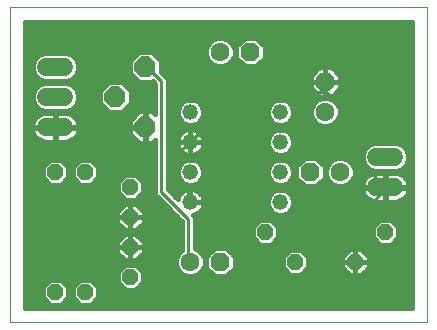
<source format=gbl>
G75*
%MOIN*%
%OFA0B0*%
%FSLAX25Y25*%
%IPPOS*%
%LPD*%
%AMOC8*
5,1,8,0,0,1.08239X$1,22.5*
%
%ADD10C,0.00000*%
%ADD11OC8,0.05200*%
%ADD12OC8,0.06300*%
%ADD13C,0.06300*%
%ADD14C,0.05200*%
%ADD15C,0.06000*%
%ADD16OC8,0.07000*%
%ADD17C,0.01000*%
%ADD18C,0.01600*%
D10*
X0001800Y0001800D02*
X0001800Y0106761D01*
X0140501Y0106761D01*
X0140501Y0001800D01*
X0001800Y0001800D01*
D11*
X0016800Y0011800D03*
X0026800Y0011800D03*
X0041800Y0016800D03*
X0041800Y0026800D03*
X0041800Y0036800D03*
X0041800Y0046800D03*
X0026800Y0051800D03*
X0016800Y0051800D03*
X0086800Y0031800D03*
X0096800Y0021800D03*
X0116800Y0021800D03*
X0126800Y0031800D03*
D12*
X0101800Y0051800D03*
X0071800Y0021800D03*
X0106800Y0081800D03*
X0081800Y0091800D03*
D13*
X0071800Y0091800D03*
X0106800Y0071800D03*
X0111800Y0051800D03*
X0061800Y0021800D03*
D14*
X0061800Y0041800D03*
X0061800Y0051800D03*
X0061800Y0061800D03*
X0061800Y0071800D03*
X0091800Y0071800D03*
X0091800Y0061800D03*
X0091800Y0051800D03*
X0091800Y0041800D03*
D15*
X0123800Y0046800D02*
X0129800Y0046800D01*
X0129800Y0056800D02*
X0123800Y0056800D01*
X0019800Y0066800D02*
X0013800Y0066800D01*
X0013800Y0076800D02*
X0019800Y0076800D01*
X0019800Y0086800D02*
X0013800Y0086800D01*
D16*
X0036800Y0076800D03*
X0046800Y0066800D03*
X0046800Y0086800D03*
D17*
X0047600Y0086600D01*
X0052100Y0082100D01*
X0052100Y0045200D01*
X0061100Y0036200D01*
X0061100Y0021800D01*
X0061800Y0021800D01*
X0061800Y0041800D02*
X0061100Y0042500D01*
X0061100Y0046100D01*
X0057500Y0049700D01*
X0057500Y0057800D01*
X0061100Y0061400D01*
X0061800Y0061800D01*
X0062000Y0062300D01*
X0078200Y0078500D01*
X0107000Y0078500D01*
X0118700Y0066800D01*
X0118700Y0055100D01*
X0126800Y0047000D01*
X0126800Y0046800D01*
X0126800Y0046100D01*
X0116900Y0036200D01*
X0116900Y0021800D01*
X0116800Y0021800D01*
X0046800Y0066800D02*
X0016800Y0066800D01*
X0107000Y0078500D02*
X0107000Y0081200D01*
X0106800Y0081800D01*
D18*
X0106800Y0081800D01*
X0106800Y0086750D01*
X0108850Y0086750D01*
X0111750Y0083850D01*
X0111750Y0081800D01*
X0106800Y0081800D01*
X0106800Y0081800D01*
X0106800Y0081800D01*
X0101850Y0081800D01*
X0101850Y0083850D01*
X0104750Y0086750D01*
X0106800Y0086750D01*
X0106800Y0081800D01*
X0111750Y0081800D01*
X0111750Y0079750D01*
X0108850Y0076850D01*
X0106800Y0076850D01*
X0106800Y0081800D01*
X0106800Y0081800D01*
X0101850Y0081800D01*
X0101850Y0079750D01*
X0104750Y0076850D01*
X0106800Y0076850D01*
X0106800Y0081800D01*
X0106800Y0081818D02*
X0106800Y0081818D01*
X0106800Y0083417D02*
X0106800Y0083417D01*
X0106800Y0085015D02*
X0106800Y0085015D01*
X0106800Y0086614D02*
X0106800Y0086614D01*
X0108986Y0086614D02*
X0135701Y0086614D01*
X0135701Y0085015D02*
X0110585Y0085015D01*
X0111750Y0083417D02*
X0135701Y0083417D01*
X0135701Y0081818D02*
X0111750Y0081818D01*
X0111750Y0080220D02*
X0135701Y0080220D01*
X0135701Y0078621D02*
X0110622Y0078621D01*
X0109023Y0077023D02*
X0135701Y0077023D01*
X0135701Y0075424D02*
X0109893Y0075424D01*
X0109491Y0075827D02*
X0107745Y0076550D01*
X0105855Y0076550D01*
X0104109Y0075827D01*
X0102773Y0074491D01*
X0102050Y0072745D01*
X0102050Y0070855D01*
X0102773Y0069109D01*
X0104109Y0067773D01*
X0105855Y0067050D01*
X0107745Y0067050D01*
X0109491Y0067773D01*
X0110827Y0069109D01*
X0111550Y0070855D01*
X0111550Y0072745D01*
X0110827Y0074491D01*
X0109491Y0075827D01*
X0111102Y0073826D02*
X0135701Y0073826D01*
X0135701Y0072227D02*
X0111550Y0072227D01*
X0111456Y0070629D02*
X0135701Y0070629D01*
X0135701Y0069030D02*
X0110748Y0069030D01*
X0108667Y0067432D02*
X0135701Y0067432D01*
X0135701Y0065833D02*
X0093038Y0065833D01*
X0092635Y0066000D02*
X0090965Y0066000D01*
X0089421Y0065361D01*
X0088239Y0064179D01*
X0087600Y0062635D01*
X0087600Y0060965D01*
X0088239Y0059421D01*
X0089421Y0058239D01*
X0090965Y0057600D01*
X0092635Y0057600D01*
X0094179Y0058239D01*
X0095361Y0059421D01*
X0096000Y0060965D01*
X0096000Y0062635D01*
X0095361Y0064179D01*
X0094179Y0065361D01*
X0092635Y0066000D01*
X0090562Y0065833D02*
X0063576Y0065833D01*
X0063489Y0065878D02*
X0062830Y0066092D01*
X0062146Y0066200D01*
X0061800Y0066200D01*
X0061800Y0061800D01*
X0066200Y0061800D01*
X0066200Y0062146D01*
X0066092Y0062830D01*
X0065878Y0063489D01*
X0065563Y0064106D01*
X0065156Y0064666D01*
X0064666Y0065156D01*
X0064106Y0065563D01*
X0063489Y0065878D01*
X0061800Y0065833D02*
X0061800Y0065833D01*
X0061800Y0066200D02*
X0061454Y0066200D01*
X0060770Y0066092D01*
X0060111Y0065878D01*
X0059494Y0065563D01*
X0058934Y0065156D01*
X0058444Y0064666D01*
X0058037Y0064106D01*
X0057722Y0063489D01*
X0057508Y0062830D01*
X0057400Y0062146D01*
X0057400Y0061800D01*
X0061800Y0061800D01*
X0061800Y0061800D01*
X0061800Y0061800D01*
X0066200Y0061800D01*
X0066200Y0061454D01*
X0066092Y0060770D01*
X0065878Y0060111D01*
X0065563Y0059494D01*
X0065156Y0058934D01*
X0064666Y0058444D01*
X0064106Y0058037D01*
X0063489Y0057722D01*
X0062830Y0057508D01*
X0062146Y0057400D01*
X0061800Y0057400D01*
X0061800Y0061800D01*
X0061800Y0061800D01*
X0061800Y0061800D01*
X0061800Y0066200D01*
X0061800Y0064235D02*
X0061800Y0064235D01*
X0061800Y0062636D02*
X0061800Y0062636D01*
X0061800Y0061800D02*
X0057400Y0061800D01*
X0057400Y0061454D01*
X0057508Y0060770D01*
X0057722Y0060111D01*
X0058037Y0059494D01*
X0058444Y0058934D01*
X0058934Y0058444D01*
X0059494Y0058037D01*
X0060111Y0057722D01*
X0060770Y0057508D01*
X0061454Y0057400D01*
X0061800Y0057400D01*
X0061800Y0061800D01*
X0061800Y0061038D02*
X0061800Y0061038D01*
X0061800Y0059439D02*
X0061800Y0059439D01*
X0061800Y0057841D02*
X0061800Y0057841D01*
X0063721Y0057841D02*
X0090383Y0057841D01*
X0088232Y0059439D02*
X0065523Y0059439D01*
X0066134Y0061038D02*
X0087600Y0061038D01*
X0087600Y0062636D02*
X0066122Y0062636D01*
X0065470Y0064235D02*
X0088295Y0064235D01*
X0089421Y0068239D02*
X0090965Y0067600D01*
X0092635Y0067600D01*
X0094179Y0068239D01*
X0095361Y0069421D01*
X0096000Y0070965D01*
X0096000Y0072635D01*
X0095361Y0074179D01*
X0094179Y0075361D01*
X0092635Y0076000D01*
X0090965Y0076000D01*
X0089421Y0075361D01*
X0088239Y0074179D01*
X0087600Y0072635D01*
X0087600Y0070965D01*
X0088239Y0069421D01*
X0089421Y0068239D01*
X0088630Y0069030D02*
X0064970Y0069030D01*
X0065361Y0069421D02*
X0066000Y0070965D01*
X0066000Y0072635D01*
X0065361Y0074179D01*
X0064179Y0075361D01*
X0062635Y0076000D01*
X0060965Y0076000D01*
X0059421Y0075361D01*
X0058239Y0074179D01*
X0057600Y0072635D01*
X0057600Y0070965D01*
X0058239Y0069421D01*
X0059421Y0068239D01*
X0060965Y0067600D01*
X0062635Y0067600D01*
X0064179Y0068239D01*
X0065361Y0069421D01*
X0065861Y0070629D02*
X0087739Y0070629D01*
X0087600Y0072227D02*
X0066000Y0072227D01*
X0065507Y0073826D02*
X0088093Y0073826D01*
X0089575Y0075424D02*
X0064025Y0075424D01*
X0059575Y0075424D02*
X0054200Y0075424D01*
X0054200Y0077023D02*
X0104577Y0077023D01*
X0103707Y0075424D02*
X0094025Y0075424D01*
X0095507Y0073826D02*
X0102498Y0073826D01*
X0102050Y0072227D02*
X0096000Y0072227D01*
X0095861Y0070629D02*
X0102144Y0070629D01*
X0102852Y0069030D02*
X0094970Y0069030D01*
X0095305Y0064235D02*
X0135701Y0064235D01*
X0135701Y0062636D02*
X0096000Y0062636D01*
X0096000Y0061038D02*
X0122010Y0061038D01*
X0121194Y0060700D02*
X0119900Y0059406D01*
X0119200Y0057715D01*
X0119200Y0055885D01*
X0119900Y0054194D01*
X0121194Y0052900D01*
X0122885Y0052200D01*
X0130715Y0052200D01*
X0132406Y0052900D01*
X0133700Y0054194D01*
X0134400Y0055885D01*
X0134400Y0057715D01*
X0133700Y0059406D01*
X0132406Y0060700D01*
X0130715Y0061400D01*
X0122885Y0061400D01*
X0121194Y0060700D01*
X0119934Y0059439D02*
X0095368Y0059439D01*
X0093217Y0057841D02*
X0119252Y0057841D01*
X0119200Y0056242D02*
X0113488Y0056242D01*
X0112745Y0056550D02*
X0114491Y0055827D01*
X0115827Y0054491D01*
X0116550Y0052745D01*
X0116550Y0050855D01*
X0115827Y0049109D01*
X0114491Y0047773D01*
X0112745Y0047050D01*
X0110855Y0047050D01*
X0109109Y0047773D01*
X0107773Y0049109D01*
X0107050Y0050855D01*
X0107050Y0052745D01*
X0107773Y0054491D01*
X0109109Y0055827D01*
X0110855Y0056550D01*
X0112745Y0056550D01*
X0110112Y0056242D02*
X0104075Y0056242D01*
X0103768Y0056550D02*
X0099832Y0056550D01*
X0097050Y0053768D01*
X0097050Y0049832D01*
X0099832Y0047050D01*
X0103768Y0047050D01*
X0106550Y0049832D01*
X0106550Y0053768D01*
X0103768Y0056550D01*
X0105674Y0054644D02*
X0107926Y0054644D01*
X0107174Y0053045D02*
X0106550Y0053045D01*
X0106550Y0051447D02*
X0107050Y0051447D01*
X0107467Y0049848D02*
X0106550Y0049848D01*
X0104967Y0048250D02*
X0108633Y0048250D01*
X0114967Y0048250D02*
X0119224Y0048250D01*
X0119118Y0047924D02*
X0119352Y0048643D01*
X0119695Y0049316D01*
X0120139Y0049927D01*
X0120673Y0050461D01*
X0121284Y0050905D01*
X0121957Y0051248D01*
X0122676Y0051482D01*
X0123422Y0051600D01*
X0126600Y0051600D01*
X0126600Y0047000D01*
X0127000Y0047000D01*
X0127000Y0051600D01*
X0130178Y0051600D01*
X0130924Y0051482D01*
X0131643Y0051248D01*
X0132316Y0050905D01*
X0132927Y0050461D01*
X0133461Y0049927D01*
X0133905Y0049316D01*
X0134248Y0048643D01*
X0134482Y0047924D01*
X0134600Y0047178D01*
X0134600Y0047000D01*
X0127000Y0047000D01*
X0127000Y0046600D01*
X0134600Y0046600D01*
X0134600Y0046422D01*
X0134482Y0045676D01*
X0134248Y0044957D01*
X0133905Y0044284D01*
X0133461Y0043673D01*
X0132927Y0043139D01*
X0132316Y0042695D01*
X0131643Y0042352D01*
X0130924Y0042118D01*
X0130178Y0042000D01*
X0127000Y0042000D01*
X0127000Y0046600D01*
X0126600Y0046600D01*
X0126600Y0042000D01*
X0123422Y0042000D01*
X0122676Y0042118D01*
X0121957Y0042352D01*
X0121284Y0042695D01*
X0120673Y0043139D01*
X0120139Y0043673D01*
X0119695Y0044284D01*
X0119352Y0044957D01*
X0119118Y0045676D01*
X0119000Y0046422D01*
X0119000Y0046600D01*
X0126600Y0046600D01*
X0126600Y0047000D01*
X0119000Y0047000D01*
X0119000Y0047178D01*
X0119118Y0047924D01*
X0120082Y0049848D02*
X0116133Y0049848D01*
X0116550Y0051447D02*
X0122568Y0051447D01*
X0121049Y0053045D02*
X0116426Y0053045D01*
X0115674Y0054644D02*
X0119714Y0054644D01*
X0126600Y0051447D02*
X0127000Y0051447D01*
X0127000Y0049848D02*
X0126600Y0049848D01*
X0126600Y0048250D02*
X0127000Y0048250D01*
X0127000Y0046651D02*
X0135701Y0046651D01*
X0135701Y0045053D02*
X0134279Y0045053D01*
X0133242Y0043454D02*
X0135701Y0043454D01*
X0135701Y0041856D02*
X0096000Y0041856D01*
X0096000Y0042635D02*
X0096000Y0040965D01*
X0095361Y0039421D01*
X0094179Y0038239D01*
X0092635Y0037600D01*
X0090965Y0037600D01*
X0089421Y0038239D01*
X0088239Y0039421D01*
X0087600Y0040965D01*
X0087600Y0042635D01*
X0088239Y0044179D01*
X0089421Y0045361D01*
X0090965Y0046000D01*
X0092635Y0046000D01*
X0094179Y0045361D01*
X0095361Y0044179D01*
X0096000Y0042635D01*
X0095661Y0043454D02*
X0120358Y0043454D01*
X0119321Y0045053D02*
X0094487Y0045053D01*
X0092635Y0047600D02*
X0090965Y0047600D01*
X0089421Y0048239D01*
X0088239Y0049421D01*
X0087600Y0050965D01*
X0087600Y0052635D01*
X0088239Y0054179D01*
X0089421Y0055361D01*
X0090965Y0056000D01*
X0092635Y0056000D01*
X0094179Y0055361D01*
X0095361Y0054179D01*
X0096000Y0052635D01*
X0096000Y0050965D01*
X0095361Y0049421D01*
X0094179Y0048239D01*
X0092635Y0047600D01*
X0094189Y0048250D02*
X0098633Y0048250D01*
X0097050Y0049848D02*
X0095538Y0049848D01*
X0096000Y0051447D02*
X0097050Y0051447D01*
X0097050Y0053045D02*
X0095830Y0053045D01*
X0094896Y0054644D02*
X0097926Y0054644D01*
X0099525Y0056242D02*
X0054200Y0056242D01*
X0054200Y0054644D02*
X0058704Y0054644D01*
X0058239Y0054179D02*
X0057600Y0052635D01*
X0057600Y0050965D01*
X0058239Y0049421D01*
X0059421Y0048239D01*
X0060965Y0047600D01*
X0062635Y0047600D01*
X0064179Y0048239D01*
X0065361Y0049421D01*
X0066000Y0050965D01*
X0066000Y0052635D01*
X0065361Y0054179D01*
X0064179Y0055361D01*
X0062635Y0056000D01*
X0060965Y0056000D01*
X0059421Y0055361D01*
X0058239Y0054179D01*
X0057770Y0053045D02*
X0054200Y0053045D01*
X0054200Y0051447D02*
X0057600Y0051447D01*
X0058062Y0049848D02*
X0054200Y0049848D01*
X0054200Y0048250D02*
X0059411Y0048250D01*
X0060111Y0045878D02*
X0059494Y0045563D01*
X0058934Y0045156D01*
X0058444Y0044666D01*
X0058037Y0044106D01*
X0057722Y0043489D01*
X0057508Y0042830D01*
X0057499Y0042771D01*
X0054200Y0046070D01*
X0054200Y0082970D01*
X0051900Y0085270D01*
X0051900Y0088912D01*
X0048912Y0091900D01*
X0044688Y0091900D01*
X0041700Y0088912D01*
X0041700Y0084688D01*
X0044688Y0081700D01*
X0048912Y0081700D01*
X0049221Y0082009D01*
X0050000Y0081230D01*
X0050000Y0071095D01*
X0048995Y0072100D01*
X0047000Y0072100D01*
X0047000Y0067000D01*
X0046600Y0067000D01*
X0046600Y0072100D01*
X0044605Y0072100D01*
X0041500Y0068995D01*
X0041500Y0067000D01*
X0046600Y0067000D01*
X0046600Y0066600D01*
X0041500Y0066600D01*
X0041500Y0064605D01*
X0044605Y0061500D01*
X0046600Y0061500D01*
X0046600Y0066600D01*
X0047000Y0066600D01*
X0047000Y0061500D01*
X0048995Y0061500D01*
X0050000Y0062505D01*
X0050000Y0044330D01*
X0051230Y0043100D01*
X0059000Y0035330D01*
X0059000Y0025718D01*
X0057773Y0024491D01*
X0057050Y0022745D01*
X0057050Y0020855D01*
X0057773Y0019109D01*
X0059109Y0017773D01*
X0060855Y0017050D01*
X0062745Y0017050D01*
X0064491Y0017773D01*
X0065827Y0019109D01*
X0066550Y0020855D01*
X0066550Y0022745D01*
X0065827Y0024491D01*
X0064491Y0025827D01*
X0063200Y0026361D01*
X0063200Y0037070D01*
X0062771Y0037499D01*
X0062830Y0037508D01*
X0063489Y0037722D01*
X0064106Y0038037D01*
X0064666Y0038444D01*
X0065156Y0038934D01*
X0065563Y0039494D01*
X0065878Y0040111D01*
X0066092Y0040770D01*
X0066200Y0041454D01*
X0066200Y0041800D01*
X0066200Y0042146D01*
X0066092Y0042830D01*
X0065878Y0043489D01*
X0065563Y0044106D01*
X0065156Y0044666D01*
X0064666Y0045156D01*
X0064106Y0045563D01*
X0063489Y0045878D01*
X0062830Y0046092D01*
X0062146Y0046200D01*
X0061800Y0046200D01*
X0061800Y0041800D01*
X0061800Y0041800D01*
X0066200Y0041800D01*
X0061800Y0041800D01*
X0061800Y0041800D01*
X0061800Y0046200D01*
X0061454Y0046200D01*
X0060770Y0046092D01*
X0060111Y0045878D01*
X0058830Y0045053D02*
X0055217Y0045053D01*
X0054200Y0046651D02*
X0126600Y0046651D01*
X0126600Y0045053D02*
X0127000Y0045053D01*
X0127000Y0043454D02*
X0126600Y0043454D01*
X0134376Y0048250D02*
X0135701Y0048250D01*
X0135701Y0049848D02*
X0133518Y0049848D01*
X0135701Y0051447D02*
X0131032Y0051447D01*
X0132551Y0053045D02*
X0135701Y0053045D01*
X0135701Y0054644D02*
X0133886Y0054644D01*
X0134400Y0056242D02*
X0135701Y0056242D01*
X0135701Y0057841D02*
X0134348Y0057841D01*
X0133666Y0059439D02*
X0135701Y0059439D01*
X0135701Y0061038D02*
X0131590Y0061038D01*
X0106800Y0077023D02*
X0106800Y0077023D01*
X0106800Y0078621D02*
X0106800Y0078621D01*
X0106800Y0080220D02*
X0106800Y0080220D01*
X0102978Y0078621D02*
X0054200Y0078621D01*
X0054200Y0080220D02*
X0101850Y0080220D01*
X0101850Y0081818D02*
X0054200Y0081818D01*
X0053753Y0083417D02*
X0101850Y0083417D01*
X0103015Y0085015D02*
X0052154Y0085015D01*
X0051900Y0086614D02*
X0104614Y0086614D01*
X0086550Y0089832D02*
X0083768Y0087050D01*
X0079832Y0087050D01*
X0077050Y0089832D01*
X0077050Y0093768D01*
X0079832Y0096550D01*
X0083768Y0096550D01*
X0086550Y0093768D01*
X0086550Y0089832D01*
X0086528Y0089811D02*
X0135701Y0089811D01*
X0135701Y0088212D02*
X0084930Y0088212D01*
X0086550Y0091409D02*
X0135701Y0091409D01*
X0135701Y0093008D02*
X0086550Y0093008D01*
X0085711Y0094606D02*
X0135701Y0094606D01*
X0135701Y0096205D02*
X0084113Y0096205D01*
X0079487Y0096205D02*
X0073578Y0096205D01*
X0072745Y0096550D02*
X0074491Y0095827D01*
X0075827Y0094491D01*
X0076550Y0092745D01*
X0076550Y0090855D01*
X0075827Y0089109D01*
X0074491Y0087773D01*
X0072745Y0087050D01*
X0070855Y0087050D01*
X0069109Y0087773D01*
X0067773Y0089109D01*
X0067050Y0090855D01*
X0067050Y0092745D01*
X0067773Y0094491D01*
X0069109Y0095827D01*
X0070855Y0096550D01*
X0072745Y0096550D01*
X0070022Y0096205D02*
X0006600Y0096205D01*
X0006600Y0094606D02*
X0067889Y0094606D01*
X0067159Y0093008D02*
X0006600Y0093008D01*
X0006600Y0091409D02*
X0044197Y0091409D01*
X0042598Y0089811D02*
X0023294Y0089811D01*
X0023700Y0089406D02*
X0022406Y0090700D01*
X0020715Y0091400D01*
X0012885Y0091400D01*
X0011194Y0090700D01*
X0009900Y0089406D01*
X0009200Y0087715D01*
X0009200Y0085885D01*
X0009900Y0084194D01*
X0011194Y0082900D01*
X0012885Y0082200D01*
X0020715Y0082200D01*
X0022406Y0082900D01*
X0023700Y0084194D01*
X0024400Y0085885D01*
X0024400Y0087715D01*
X0023700Y0089406D01*
X0024194Y0088212D02*
X0041700Y0088212D01*
X0041700Y0086614D02*
X0024400Y0086614D01*
X0024040Y0085015D02*
X0041700Y0085015D01*
X0042971Y0083417D02*
X0022922Y0083417D01*
X0022406Y0080700D02*
X0020715Y0081400D01*
X0012885Y0081400D01*
X0011194Y0080700D01*
X0009900Y0079406D01*
X0009200Y0077715D01*
X0009200Y0075885D01*
X0009900Y0074194D01*
X0011194Y0072900D01*
X0012885Y0072200D01*
X0020715Y0072200D01*
X0022406Y0072900D01*
X0023700Y0074194D01*
X0024400Y0075885D01*
X0024400Y0077715D01*
X0023700Y0079406D01*
X0022406Y0080700D01*
X0022885Y0080220D02*
X0033007Y0080220D01*
X0031700Y0078912D02*
X0031700Y0074688D01*
X0034688Y0071700D01*
X0038912Y0071700D01*
X0041900Y0074688D01*
X0041900Y0078912D01*
X0038912Y0081900D01*
X0034688Y0081900D01*
X0031700Y0078912D01*
X0031700Y0078621D02*
X0024025Y0078621D01*
X0024400Y0077023D02*
X0031700Y0077023D01*
X0031700Y0075424D02*
X0024209Y0075424D01*
X0023331Y0073826D02*
X0032562Y0073826D01*
X0034160Y0072227D02*
X0020781Y0072227D01*
X0020924Y0071482D02*
X0020178Y0071600D01*
X0017000Y0071600D01*
X0017000Y0067000D01*
X0016600Y0067000D01*
X0016600Y0071600D01*
X0013422Y0071600D01*
X0012676Y0071482D01*
X0011957Y0071248D01*
X0011284Y0070905D01*
X0010673Y0070461D01*
X0010139Y0069927D01*
X0009695Y0069316D01*
X0009352Y0068643D01*
X0009118Y0067924D01*
X0009000Y0067178D01*
X0009000Y0067000D01*
X0016600Y0067000D01*
X0016600Y0066600D01*
X0017000Y0066600D01*
X0017000Y0067000D01*
X0024600Y0067000D01*
X0024600Y0067178D01*
X0024482Y0067924D01*
X0024248Y0068643D01*
X0023905Y0069316D01*
X0023461Y0069927D01*
X0022927Y0070461D01*
X0022316Y0070905D01*
X0021643Y0071248D01*
X0020924Y0071482D01*
X0022696Y0070629D02*
X0043133Y0070629D01*
X0041535Y0069030D02*
X0024051Y0069030D01*
X0024560Y0067432D02*
X0041500Y0067432D01*
X0041500Y0065833D02*
X0024507Y0065833D01*
X0024482Y0065676D02*
X0024600Y0066422D01*
X0024600Y0066600D01*
X0017000Y0066600D01*
X0017000Y0062000D01*
X0020178Y0062000D01*
X0020924Y0062118D01*
X0021643Y0062352D01*
X0022316Y0062695D01*
X0022927Y0063139D01*
X0023461Y0063673D01*
X0023905Y0064284D01*
X0024248Y0064957D01*
X0024482Y0065676D01*
X0023869Y0064235D02*
X0041870Y0064235D01*
X0043468Y0062636D02*
X0022201Y0062636D01*
X0017000Y0062636D02*
X0016600Y0062636D01*
X0016600Y0062000D02*
X0016600Y0066600D01*
X0009000Y0066600D01*
X0009000Y0066422D01*
X0009118Y0065676D01*
X0009352Y0064957D01*
X0009695Y0064284D01*
X0010139Y0063673D01*
X0010673Y0063139D01*
X0011284Y0062695D01*
X0011957Y0062352D01*
X0012676Y0062118D01*
X0013422Y0062000D01*
X0016600Y0062000D01*
X0016600Y0064235D02*
X0017000Y0064235D01*
X0017000Y0065833D02*
X0016600Y0065833D01*
X0016600Y0067432D02*
X0017000Y0067432D01*
X0017000Y0069030D02*
X0016600Y0069030D01*
X0016600Y0070629D02*
X0017000Y0070629D01*
X0012819Y0072227D02*
X0006600Y0072227D01*
X0006600Y0070629D02*
X0010904Y0070629D01*
X0009549Y0069030D02*
X0006600Y0069030D01*
X0006600Y0067432D02*
X0009040Y0067432D01*
X0009093Y0065833D02*
X0006600Y0065833D01*
X0006600Y0064235D02*
X0009731Y0064235D01*
X0011399Y0062636D02*
X0006600Y0062636D01*
X0006600Y0061038D02*
X0050000Y0061038D01*
X0050000Y0059439D02*
X0006600Y0059439D01*
X0006600Y0057841D02*
X0050000Y0057841D01*
X0050000Y0056242D02*
X0006600Y0056242D01*
X0006600Y0054644D02*
X0013704Y0054644D01*
X0012600Y0053540D02*
X0012600Y0050060D01*
X0015060Y0047600D01*
X0018540Y0047600D01*
X0021000Y0050060D01*
X0021000Y0053540D01*
X0018540Y0056000D01*
X0015060Y0056000D01*
X0012600Y0053540D01*
X0012600Y0053045D02*
X0006600Y0053045D01*
X0006600Y0051447D02*
X0012600Y0051447D01*
X0012812Y0049848D02*
X0006600Y0049848D01*
X0006600Y0048250D02*
X0014411Y0048250D01*
X0019189Y0048250D02*
X0024411Y0048250D01*
X0025060Y0047600D02*
X0028540Y0047600D01*
X0031000Y0050060D01*
X0031000Y0053540D01*
X0028540Y0056000D01*
X0025060Y0056000D01*
X0022600Y0053540D01*
X0022600Y0050060D01*
X0025060Y0047600D01*
X0022812Y0049848D02*
X0020788Y0049848D01*
X0021000Y0051447D02*
X0022600Y0051447D01*
X0022600Y0053045D02*
X0021000Y0053045D01*
X0019896Y0054644D02*
X0023704Y0054644D01*
X0029896Y0054644D02*
X0050000Y0054644D01*
X0050000Y0053045D02*
X0031000Y0053045D01*
X0031000Y0051447D02*
X0050000Y0051447D01*
X0050000Y0049848D02*
X0044692Y0049848D01*
X0043540Y0051000D02*
X0040060Y0051000D01*
X0037600Y0048540D01*
X0037600Y0045060D01*
X0040060Y0042600D01*
X0043540Y0042600D01*
X0046000Y0045060D01*
X0046000Y0048540D01*
X0043540Y0051000D01*
X0046000Y0048250D02*
X0050000Y0048250D01*
X0050000Y0046651D02*
X0046000Y0046651D01*
X0045992Y0045053D02*
X0050000Y0045053D01*
X0050876Y0043454D02*
X0044394Y0043454D01*
X0043623Y0041200D02*
X0041800Y0041200D01*
X0041800Y0036800D01*
X0041800Y0036800D01*
X0046200Y0036800D01*
X0046200Y0038623D01*
X0043623Y0041200D01*
X0044565Y0040257D02*
X0054073Y0040257D01*
X0052475Y0041856D02*
X0006600Y0041856D01*
X0006600Y0040257D02*
X0039035Y0040257D01*
X0039977Y0041200D02*
X0037400Y0038623D01*
X0037400Y0036800D01*
X0041800Y0036800D01*
X0041800Y0036800D01*
X0041800Y0036800D01*
X0041800Y0041200D01*
X0039977Y0041200D01*
X0041800Y0040257D02*
X0041800Y0040257D01*
X0041800Y0038659D02*
X0041800Y0038659D01*
X0041800Y0037060D02*
X0041800Y0037060D01*
X0041800Y0036800D02*
X0037400Y0036800D01*
X0037400Y0034977D01*
X0039977Y0032400D01*
X0041800Y0032400D01*
X0043623Y0032400D01*
X0046200Y0034977D01*
X0046200Y0036800D01*
X0041800Y0036800D01*
X0041800Y0032400D01*
X0041800Y0036800D01*
X0041800Y0036800D01*
X0041800Y0035462D02*
X0041800Y0035462D01*
X0041800Y0033863D02*
X0041800Y0033863D01*
X0045086Y0033863D02*
X0059000Y0033863D01*
X0058869Y0035462D02*
X0046200Y0035462D01*
X0046200Y0037060D02*
X0057270Y0037060D01*
X0055672Y0038659D02*
X0046164Y0038659D01*
X0039206Y0043454D02*
X0006600Y0043454D01*
X0006600Y0045053D02*
X0037608Y0045053D01*
X0037600Y0046651D02*
X0006600Y0046651D01*
X0006600Y0038659D02*
X0037436Y0038659D01*
X0037400Y0037060D02*
X0006600Y0037060D01*
X0006600Y0035462D02*
X0037400Y0035462D01*
X0038514Y0033863D02*
X0006600Y0033863D01*
X0006600Y0032265D02*
X0059000Y0032265D01*
X0059000Y0030666D02*
X0044156Y0030666D01*
X0043623Y0031200D02*
X0041800Y0031200D01*
X0041800Y0026800D01*
X0041800Y0026800D01*
X0046200Y0026800D01*
X0046200Y0028623D01*
X0043623Y0031200D01*
X0041800Y0031200D02*
X0039977Y0031200D01*
X0037400Y0028623D01*
X0037400Y0026800D01*
X0041800Y0026800D01*
X0041800Y0026800D01*
X0041800Y0026800D01*
X0041800Y0031200D01*
X0041800Y0030666D02*
X0041800Y0030666D01*
X0041800Y0029068D02*
X0041800Y0029068D01*
X0041800Y0027469D02*
X0041800Y0027469D01*
X0041800Y0026800D02*
X0037400Y0026800D01*
X0037400Y0024977D01*
X0039977Y0022400D01*
X0041800Y0022400D01*
X0043623Y0022400D01*
X0046200Y0024977D01*
X0046200Y0026800D01*
X0041800Y0026800D01*
X0041800Y0022400D01*
X0041800Y0026800D01*
X0041800Y0026800D01*
X0041800Y0025870D02*
X0041800Y0025870D01*
X0041800Y0024272D02*
X0041800Y0024272D01*
X0041800Y0022673D02*
X0041800Y0022673D01*
X0043896Y0022673D02*
X0057050Y0022673D01*
X0057050Y0021075D02*
X0006600Y0021075D01*
X0006600Y0022673D02*
X0039704Y0022673D01*
X0040060Y0021000D02*
X0037600Y0018540D01*
X0037600Y0015060D01*
X0040060Y0012600D01*
X0043540Y0012600D01*
X0046000Y0015060D01*
X0046000Y0018540D01*
X0043540Y0021000D01*
X0040060Y0021000D01*
X0038537Y0019476D02*
X0006600Y0019476D01*
X0006600Y0017878D02*
X0037600Y0017878D01*
X0037600Y0016279D02*
X0006600Y0016279D01*
X0006600Y0014681D02*
X0013741Y0014681D01*
X0012600Y0013540D02*
X0012600Y0010060D01*
X0015060Y0007600D01*
X0018540Y0007600D01*
X0021000Y0010060D01*
X0021000Y0013540D01*
X0018540Y0016000D01*
X0015060Y0016000D01*
X0012600Y0013540D01*
X0012600Y0013082D02*
X0006600Y0013082D01*
X0006600Y0011484D02*
X0012600Y0011484D01*
X0012775Y0009885D02*
X0006600Y0009885D01*
X0006600Y0008287D02*
X0014373Y0008287D01*
X0019227Y0008287D02*
X0024373Y0008287D01*
X0025060Y0007600D02*
X0028540Y0007600D01*
X0031000Y0010060D01*
X0031000Y0013540D01*
X0028540Y0016000D01*
X0025060Y0016000D01*
X0022600Y0013540D01*
X0022600Y0010060D01*
X0025060Y0007600D01*
X0022775Y0009885D02*
X0020825Y0009885D01*
X0021000Y0011484D02*
X0022600Y0011484D01*
X0022600Y0013082D02*
X0021000Y0013082D01*
X0019859Y0014681D02*
X0023741Y0014681D01*
X0029859Y0014681D02*
X0037979Y0014681D01*
X0039578Y0013082D02*
X0031000Y0013082D01*
X0031000Y0011484D02*
X0135701Y0011484D01*
X0135701Y0009885D02*
X0030825Y0009885D01*
X0029227Y0008287D02*
X0135701Y0008287D01*
X0135701Y0006688D02*
X0006600Y0006688D01*
X0006600Y0006600D02*
X0006600Y0101961D01*
X0135701Y0101961D01*
X0135701Y0006600D01*
X0006600Y0006600D01*
X0006600Y0024272D02*
X0038105Y0024272D01*
X0037400Y0025870D02*
X0006600Y0025870D01*
X0006600Y0027469D02*
X0037400Y0027469D01*
X0037845Y0029068D02*
X0006600Y0029068D01*
X0006600Y0030666D02*
X0039443Y0030666D01*
X0045755Y0029068D02*
X0059000Y0029068D01*
X0059000Y0027469D02*
X0046200Y0027469D01*
X0046200Y0025870D02*
X0059000Y0025870D01*
X0057683Y0024272D02*
X0045495Y0024272D01*
X0045063Y0019476D02*
X0057621Y0019476D01*
X0059005Y0017878D02*
X0046000Y0017878D01*
X0046000Y0016279D02*
X0135701Y0016279D01*
X0135701Y0014681D02*
X0045621Y0014681D01*
X0044022Y0013082D02*
X0135701Y0013082D01*
X0135701Y0017878D02*
X0119100Y0017878D01*
X0118623Y0017400D02*
X0121200Y0019977D01*
X0121200Y0021800D01*
X0121200Y0023623D01*
X0118623Y0026200D01*
X0116800Y0026200D01*
X0116800Y0021800D01*
X0121200Y0021800D01*
X0116800Y0021800D01*
X0116800Y0021800D01*
X0116800Y0021800D01*
X0116800Y0017400D01*
X0118623Y0017400D01*
X0116800Y0017400D02*
X0116800Y0021800D01*
X0116800Y0021800D01*
X0116800Y0021800D01*
X0112400Y0021800D01*
X0112400Y0023623D01*
X0114977Y0026200D01*
X0116800Y0026200D01*
X0116800Y0021800D01*
X0112400Y0021800D01*
X0112400Y0019977D01*
X0114977Y0017400D01*
X0116800Y0017400D01*
X0116800Y0017878D02*
X0116800Y0017878D01*
X0116800Y0019476D02*
X0116800Y0019476D01*
X0116800Y0021075D02*
X0116800Y0021075D01*
X0116800Y0022673D02*
X0116800Y0022673D01*
X0116800Y0024272D02*
X0116800Y0024272D01*
X0116800Y0025870D02*
X0116800Y0025870D01*
X0118952Y0025870D02*
X0135701Y0025870D01*
X0135701Y0024272D02*
X0120551Y0024272D01*
X0121200Y0022673D02*
X0135701Y0022673D01*
X0135701Y0021075D02*
X0121200Y0021075D01*
X0120699Y0019476D02*
X0135701Y0019476D01*
X0135701Y0027469D02*
X0063200Y0027469D01*
X0063200Y0029068D02*
X0083593Y0029068D01*
X0082600Y0030060D02*
X0085060Y0027600D01*
X0088540Y0027600D01*
X0091000Y0030060D01*
X0091000Y0033540D01*
X0088540Y0036000D01*
X0085060Y0036000D01*
X0082600Y0033540D01*
X0082600Y0030060D01*
X0082600Y0030666D02*
X0063200Y0030666D01*
X0063200Y0032265D02*
X0082600Y0032265D01*
X0082923Y0033863D02*
X0063200Y0033863D01*
X0063200Y0035462D02*
X0084522Y0035462D01*
X0089002Y0038659D02*
X0064881Y0038659D01*
X0063200Y0037060D02*
X0135701Y0037060D01*
X0135701Y0038659D02*
X0094598Y0038659D01*
X0095707Y0040257D02*
X0135701Y0040257D01*
X0135701Y0035462D02*
X0129078Y0035462D01*
X0128540Y0036000D02*
X0125060Y0036000D01*
X0122600Y0033540D01*
X0122600Y0030060D01*
X0125060Y0027600D01*
X0128540Y0027600D01*
X0131000Y0030060D01*
X0131000Y0033540D01*
X0128540Y0036000D01*
X0130677Y0033863D02*
X0135701Y0033863D01*
X0135701Y0032265D02*
X0131000Y0032265D01*
X0131000Y0030666D02*
X0135701Y0030666D01*
X0135701Y0029068D02*
X0130007Y0029068D01*
X0123593Y0029068D02*
X0090007Y0029068D01*
X0091000Y0030666D02*
X0122600Y0030666D01*
X0122600Y0032265D02*
X0091000Y0032265D01*
X0090677Y0033863D02*
X0122923Y0033863D01*
X0124522Y0035462D02*
X0089078Y0035462D01*
X0087893Y0040257D02*
X0065925Y0040257D01*
X0066200Y0041856D02*
X0087600Y0041856D01*
X0087939Y0043454D02*
X0065889Y0043454D01*
X0064770Y0045053D02*
X0089113Y0045053D01*
X0089411Y0048250D02*
X0064189Y0048250D01*
X0065538Y0049848D02*
X0088062Y0049848D01*
X0087600Y0051447D02*
X0066000Y0051447D01*
X0065830Y0053045D02*
X0087770Y0053045D01*
X0088704Y0054644D02*
X0064896Y0054644D01*
X0059879Y0057841D02*
X0054200Y0057841D01*
X0054200Y0059439D02*
X0058077Y0059439D01*
X0057466Y0061038D02*
X0054200Y0061038D01*
X0054200Y0062636D02*
X0057478Y0062636D01*
X0058130Y0064235D02*
X0054200Y0064235D01*
X0054200Y0065833D02*
X0060024Y0065833D01*
X0058630Y0069030D02*
X0054200Y0069030D01*
X0054200Y0067432D02*
X0104933Y0067432D01*
X0078670Y0088212D02*
X0074930Y0088212D01*
X0076117Y0089811D02*
X0077072Y0089811D01*
X0077050Y0091409D02*
X0076550Y0091409D01*
X0076441Y0093008D02*
X0077050Y0093008D01*
X0077889Y0094606D02*
X0075711Y0094606D01*
X0067050Y0091409D02*
X0049403Y0091409D01*
X0051002Y0089811D02*
X0067483Y0089811D01*
X0068670Y0088212D02*
X0051900Y0088212D01*
X0049412Y0081818D02*
X0049031Y0081818D01*
X0050000Y0080220D02*
X0040593Y0080220D01*
X0041900Y0078621D02*
X0050000Y0078621D01*
X0050000Y0077023D02*
X0041900Y0077023D01*
X0041900Y0075424D02*
X0050000Y0075424D01*
X0050000Y0073826D02*
X0041038Y0073826D01*
X0039440Y0072227D02*
X0050000Y0072227D01*
X0047000Y0070629D02*
X0046600Y0070629D01*
X0046600Y0069030D02*
X0047000Y0069030D01*
X0047000Y0067432D02*
X0046600Y0067432D01*
X0046600Y0065833D02*
X0047000Y0065833D01*
X0047000Y0064235D02*
X0046600Y0064235D01*
X0046600Y0062636D02*
X0047000Y0062636D01*
X0054200Y0070629D02*
X0057739Y0070629D01*
X0057600Y0072227D02*
X0054200Y0072227D01*
X0054200Y0073826D02*
X0058093Y0073826D01*
X0044569Y0081818D02*
X0038994Y0081818D01*
X0034606Y0081818D02*
X0006600Y0081818D01*
X0006600Y0083417D02*
X0010678Y0083417D01*
X0009560Y0085015D02*
X0006600Y0085015D01*
X0006600Y0086614D02*
X0009200Y0086614D01*
X0009406Y0088212D02*
X0006600Y0088212D01*
X0006600Y0089811D02*
X0010306Y0089811D01*
X0006600Y0097803D02*
X0135701Y0097803D01*
X0135701Y0099402D02*
X0006600Y0099402D01*
X0006600Y0101001D02*
X0135701Y0101001D01*
X0061800Y0045053D02*
X0061800Y0045053D01*
X0061800Y0043454D02*
X0061800Y0043454D01*
X0061800Y0041856D02*
X0061800Y0041856D01*
X0057711Y0043454D02*
X0056816Y0043454D01*
X0038908Y0049848D02*
X0030788Y0049848D01*
X0029189Y0048250D02*
X0037600Y0048250D01*
X0064385Y0025870D02*
X0069153Y0025870D01*
X0069832Y0026550D02*
X0067050Y0023768D01*
X0067050Y0019832D01*
X0069832Y0017050D01*
X0073768Y0017050D01*
X0076550Y0019832D01*
X0076550Y0023768D01*
X0073768Y0026550D01*
X0069832Y0026550D01*
X0067554Y0024272D02*
X0065917Y0024272D01*
X0066550Y0022673D02*
X0067050Y0022673D01*
X0067050Y0021075D02*
X0066550Y0021075D01*
X0065979Y0019476D02*
X0067406Y0019476D01*
X0069005Y0017878D02*
X0064595Y0017878D01*
X0074595Y0017878D02*
X0094782Y0017878D01*
X0095060Y0017600D02*
X0098540Y0017600D01*
X0101000Y0020060D01*
X0101000Y0023540D01*
X0098540Y0026000D01*
X0095060Y0026000D01*
X0092600Y0023540D01*
X0092600Y0020060D01*
X0095060Y0017600D01*
X0093184Y0019476D02*
X0076194Y0019476D01*
X0076550Y0021075D02*
X0092600Y0021075D01*
X0092600Y0022673D02*
X0076550Y0022673D01*
X0076046Y0024272D02*
X0093332Y0024272D01*
X0094931Y0025870D02*
X0074447Y0025870D01*
X0098669Y0025870D02*
X0114648Y0025870D01*
X0113049Y0024272D02*
X0100268Y0024272D01*
X0101000Y0022673D02*
X0112400Y0022673D01*
X0112400Y0021075D02*
X0101000Y0021075D01*
X0100416Y0019476D02*
X0112901Y0019476D01*
X0114500Y0017878D02*
X0098818Y0017878D01*
X0010269Y0073826D02*
X0006600Y0073826D01*
X0006600Y0075424D02*
X0009391Y0075424D01*
X0009200Y0077023D02*
X0006600Y0077023D01*
X0006600Y0078621D02*
X0009575Y0078621D01*
X0010714Y0080220D02*
X0006600Y0080220D01*
M02*

</source>
